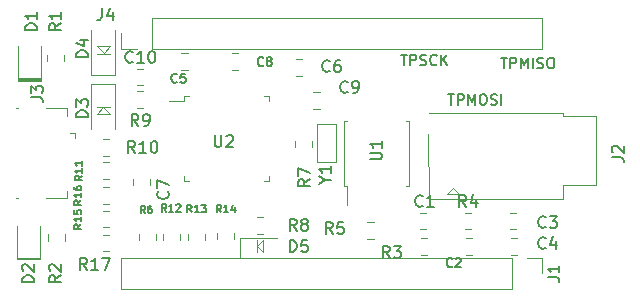
<source format=gbr>
%TF.GenerationSoftware,KiCad,Pcbnew,(5.1.6)-1*%
%TF.CreationDate,2020-10-01T22:55:38-05:00*%
%TF.ProjectId,VS1000SimpleBreakout,56533130-3030-4536-996d-706c65427265,rev?*%
%TF.SameCoordinates,Original*%
%TF.FileFunction,Legend,Top*%
%TF.FilePolarity,Positive*%
%FSLAX46Y46*%
G04 Gerber Fmt 4.6, Leading zero omitted, Abs format (unit mm)*
G04 Created by KiCad (PCBNEW (5.1.6)-1) date 2020-10-01 22:55:38*
%MOMM*%
%LPD*%
G01*
G04 APERTURE LIST*
%ADD10C,0.120000*%
%ADD11C,0.150000*%
%ADD12C,0.133350*%
%ADD13C,0.127000*%
%ADD14C,0.139700*%
G04 APERTURE END LIST*
D10*
X116014500Y-62103000D02*
X117094000Y-62103000D01*
X116522500Y-62103000D02*
X116014500Y-62738000D01*
X117094000Y-62738000D02*
X116522500Y-62103000D01*
X116014500Y-62738000D02*
X117094000Y-62738000D01*
X117157500Y-57594500D02*
X116014500Y-57594500D01*
X116586000Y-57531000D02*
X116014500Y-56959500D01*
X117157500Y-56959500D02*
X116586000Y-57531000D01*
X116014500Y-56959500D02*
X117157500Y-56959500D01*
X111188500Y-74930000D02*
X109283500Y-74930000D01*
X111188500Y-74866500D02*
X111188500Y-74930000D01*
X109283500Y-74866500D02*
X111188500Y-74866500D01*
X111315500Y-59753500D02*
X111315500Y-59944000D01*
X109410500Y-59753500D02*
X111315500Y-59753500D01*
X109410500Y-59690000D02*
X109410500Y-59753500D01*
X111252000Y-59690000D02*
X109410500Y-59690000D01*
X109347000Y-59880500D02*
X109347000Y-59690000D01*
X109347000Y-59944000D02*
X111315500Y-59944000D01*
X129540000Y-73406000D02*
X129540000Y-74422000D01*
X130048000Y-74422000D02*
X129540000Y-73914000D01*
X130048000Y-73406000D02*
X130048000Y-74422000D01*
X129540000Y-73914000D02*
X130048000Y-73406000D01*
%TO.C,C1*%
X143898252Y-72465000D02*
X143375748Y-72465000D01*
X143898252Y-71045000D02*
X143375748Y-71045000D01*
%TO.C,C2*%
X147236548Y-73216700D02*
X147759052Y-73216700D01*
X147236548Y-74636700D02*
X147759052Y-74636700D01*
%TO.C,C3*%
X151518252Y-71045000D02*
X150995748Y-71045000D01*
X151518252Y-72465000D02*
X150995748Y-72465000D01*
%TO.C,C4*%
X151569052Y-73216700D02*
X151046548Y-73216700D01*
X151569052Y-74636700D02*
X151046548Y-74636700D01*
%TO.C,C5*%
X123705252Y-57557600D02*
X123182748Y-57557600D01*
X123705252Y-58977600D02*
X123182748Y-58977600D01*
%TO.C,C6*%
X132894548Y-58065600D02*
X133417052Y-58065600D01*
X132894548Y-59485600D02*
X133417052Y-59485600D01*
%TO.C,C7*%
X120496400Y-68697852D02*
X120496400Y-68175348D01*
X119076400Y-68697852D02*
X119076400Y-68175348D01*
%TO.C,C8*%
X127449948Y-57557600D02*
X127972452Y-57557600D01*
X127449948Y-58977600D02*
X127972452Y-58977600D01*
%TO.C,C9*%
X134872252Y-60859600D02*
X134349748Y-60859600D01*
X134872252Y-62279600D02*
X134349748Y-62279600D01*
%TO.C,C10*%
X119436248Y-58853000D02*
X119958752Y-58853000D01*
X119436248Y-60273000D02*
X119958752Y-60273000D01*
%TO.C,D1*%
X109377600Y-56962800D02*
X109377600Y-59822800D01*
X109377600Y-59822800D02*
X111297600Y-59822800D01*
X111297600Y-59822800D02*
X111297600Y-56962800D01*
%TO.C,D2*%
X111196000Y-75012000D02*
X111196000Y-72152000D01*
X109276000Y-75012000D02*
X111196000Y-75012000D01*
X109276000Y-72152000D02*
X109276000Y-75012000D01*
%TO.C,D3*%
X117522500Y-60157000D02*
X115522500Y-60157000D01*
X115522500Y-60157000D02*
X115522500Y-64007000D01*
X117522500Y-60157000D02*
X117522500Y-64007000D01*
%TO.C,D4*%
X115522500Y-59413500D02*
X115522500Y-55563500D01*
X117522500Y-59413500D02*
X117522500Y-55563500D01*
X115522500Y-59413500D02*
X117522500Y-59413500D01*
%TO.C,D5*%
X128148000Y-73165600D02*
X128148000Y-74865600D01*
X128148000Y-74865600D02*
X131298000Y-74865600D01*
X128148000Y-73165600D02*
X131298000Y-73165600D01*
%TO.C,J1*%
X153730000Y-74870000D02*
X153730000Y-76200000D01*
X152400000Y-74870000D02*
X153730000Y-74870000D01*
X151130000Y-74870000D02*
X151130000Y-77530000D01*
X151130000Y-77530000D02*
X118050000Y-77530000D01*
X151130000Y-74870000D02*
X118050000Y-74870000D01*
X118050000Y-74870000D02*
X118050000Y-77530000D01*
%TO.C,J2*%
X155502400Y-62900000D02*
X158302400Y-62900000D01*
X155502400Y-68700000D02*
X158302400Y-68700000D01*
X155502400Y-69900000D02*
X144102400Y-69900000D01*
X158302400Y-68700000D02*
X158302400Y-62900000D01*
X155502400Y-62600000D02*
X155502400Y-62900000D01*
X155502400Y-68700000D02*
X155502400Y-69900000D01*
X144094200Y-64350900D02*
X144102400Y-69900000D01*
X155502400Y-62600000D02*
X144102400Y-62600000D01*
X146177000Y-68979900D02*
X145677000Y-69479900D01*
X145677000Y-69479900D02*
X146677000Y-69479900D01*
X146677000Y-69479900D02*
X146177000Y-68979900D01*
%TO.C,J3*%
X113470000Y-62230000D02*
X113470000Y-62890000D01*
X111740000Y-62230000D02*
X113470000Y-62230000D01*
X109170000Y-69850000D02*
X109380000Y-69850000D01*
X109170000Y-62230000D02*
X109380000Y-62230000D01*
X111740000Y-69850000D02*
X113470000Y-69850000D01*
X113470000Y-69850000D02*
X113470000Y-69200000D01*
X114170000Y-64280000D02*
X114170000Y-64730000D01*
X114170000Y-64280000D02*
X113780000Y-64280000D01*
%TO.C,J4*%
X153730000Y-57210000D02*
X153730000Y-54550000D01*
X120650000Y-57210000D02*
X153730000Y-57210000D01*
X120650000Y-54550000D02*
X153730000Y-54550000D01*
X120650000Y-57210000D02*
X120650000Y-54550000D01*
X119380000Y-57210000D02*
X118050000Y-57210000D01*
X118050000Y-57210000D02*
X118050000Y-55880000D01*
%TO.C,R1*%
X111812000Y-57701548D02*
X111812000Y-58224052D01*
X113232000Y-57701548D02*
X113232000Y-58224052D01*
%TO.C,R2*%
X113282800Y-72890748D02*
X113282800Y-73413252D01*
X111862800Y-72890748D02*
X111862800Y-73413252D01*
%TO.C,R3*%
X143949052Y-74636700D02*
X143426548Y-74636700D01*
X143949052Y-73216700D02*
X143426548Y-73216700D01*
%TO.C,R4*%
X147185748Y-72465000D02*
X147708252Y-72465000D01*
X147185748Y-71045000D02*
X147708252Y-71045000D01*
%TO.C,R5*%
X138930748Y-71870500D02*
X139453252Y-71870500D01*
X138930748Y-73290500D02*
X139453252Y-73290500D01*
%TO.C,R6*%
X119584400Y-73362452D02*
X119584400Y-72839948D01*
X121004400Y-73362452D02*
X121004400Y-72839948D01*
%TO.C,R7*%
X132830500Y-64953248D02*
X132830500Y-65475752D01*
X134250500Y-64953248D02*
X134250500Y-65475752D01*
%TO.C,R8*%
X130106052Y-72846000D02*
X129583548Y-72846000D01*
X130106052Y-71426000D02*
X129583548Y-71426000D01*
%TO.C,R9*%
X119436248Y-62178000D02*
X119958752Y-62178000D01*
X119436248Y-60758000D02*
X119958752Y-60758000D01*
%TO.C,R10*%
X117037752Y-66242000D02*
X116515248Y-66242000D01*
X117037752Y-64822000D02*
X116515248Y-64822000D01*
%TO.C,R11*%
X117037752Y-66790500D02*
X116515248Y-66790500D01*
X117037752Y-68210500D02*
X116515248Y-68210500D01*
%TO.C,R12*%
X123036400Y-72839948D02*
X123036400Y-73362452D01*
X121616400Y-72839948D02*
X121616400Y-73362452D01*
%TO.C,R13*%
X123750000Y-72827248D02*
X123750000Y-73349752D01*
X125170000Y-72827248D02*
X125170000Y-73349752D01*
%TO.C,R14*%
X127646500Y-72763748D02*
X127646500Y-73286252D01*
X126226500Y-72763748D02*
X126226500Y-73286252D01*
%TO.C,R15*%
X116527948Y-72287200D02*
X117050452Y-72287200D01*
X116527948Y-70867200D02*
X117050452Y-70867200D01*
%TO.C,R16*%
X116527948Y-68886000D02*
X117050452Y-68886000D01*
X116527948Y-70306000D02*
X117050452Y-70306000D01*
%TO.C,R17*%
X116527948Y-72899200D02*
X117050452Y-72899200D01*
X116527948Y-74319200D02*
X117050452Y-74319200D01*
%TO.C,U1*%
X142425000Y-66040000D02*
X142425000Y-63290000D01*
X142425000Y-63290000D02*
X142165000Y-63290000D01*
X142425000Y-66040000D02*
X142425000Y-68790000D01*
X142425000Y-68790000D02*
X142165000Y-68790000D01*
X136975000Y-66040000D02*
X136975000Y-63290000D01*
X136975000Y-63290000D02*
X137235000Y-63290000D01*
X136975000Y-66040000D02*
X136975000Y-68790000D01*
X136975000Y-68790000D02*
X137235000Y-68790000D01*
X137235000Y-68790000D02*
X137235000Y-70440000D01*
%TO.C,U2*%
X130160000Y-68380000D02*
X130610000Y-68380000D01*
X130610000Y-68380000D02*
X130610000Y-67930000D01*
X123840000Y-68380000D02*
X123390000Y-68380000D01*
X123390000Y-68380000D02*
X123390000Y-67930000D01*
X130160000Y-61160000D02*
X130610000Y-61160000D01*
X130610000Y-61160000D02*
X130610000Y-61610000D01*
X123840000Y-61160000D02*
X123390000Y-61160000D01*
X123390000Y-61160000D02*
X123390000Y-61610000D01*
X123390000Y-61610000D02*
X122100000Y-61610000D01*
%TO.C,Y1*%
X134645500Y-66751000D02*
X136245500Y-66751000D01*
X136245500Y-66751000D02*
X136245500Y-63551000D01*
X136245500Y-63551000D02*
X134645500Y-63551000D01*
X134645500Y-63551000D02*
X134645500Y-66751000D01*
%TO.C,C1*%
D11*
X143597333Y-70461142D02*
X143549714Y-70508761D01*
X143406857Y-70556380D01*
X143311619Y-70556380D01*
X143168761Y-70508761D01*
X143073523Y-70413523D01*
X143025904Y-70318285D01*
X142978285Y-70127809D01*
X142978285Y-69984952D01*
X143025904Y-69794476D01*
X143073523Y-69699238D01*
X143168761Y-69604000D01*
X143311619Y-69556380D01*
X143406857Y-69556380D01*
X143549714Y-69604000D01*
X143597333Y-69651619D01*
X144549714Y-70556380D02*
X143978285Y-70556380D01*
X144264000Y-70556380D02*
X144264000Y-69556380D01*
X144168761Y-69699238D01*
X144073523Y-69794476D01*
X143978285Y-69842095D01*
%TO.C,C2*%
D12*
X146113500Y-75583142D02*
X146077214Y-75619428D01*
X145968357Y-75655714D01*
X145895785Y-75655714D01*
X145786928Y-75619428D01*
X145714357Y-75546857D01*
X145678071Y-75474285D01*
X145641785Y-75329142D01*
X145641785Y-75220285D01*
X145678071Y-75075142D01*
X145714357Y-75002571D01*
X145786928Y-74930000D01*
X145895785Y-74893714D01*
X145968357Y-74893714D01*
X146077214Y-74930000D01*
X146113500Y-74966285D01*
X146403785Y-74966285D02*
X146440071Y-74930000D01*
X146512642Y-74893714D01*
X146694071Y-74893714D01*
X146766642Y-74930000D01*
X146802928Y-74966285D01*
X146839214Y-75038857D01*
X146839214Y-75111428D01*
X146802928Y-75220285D01*
X146367500Y-75655714D01*
X146839214Y-75655714D01*
%TO.C,C3*%
D11*
X154011333Y-72239142D02*
X153963714Y-72286761D01*
X153820857Y-72334380D01*
X153725619Y-72334380D01*
X153582761Y-72286761D01*
X153487523Y-72191523D01*
X153439904Y-72096285D01*
X153392285Y-71905809D01*
X153392285Y-71762952D01*
X153439904Y-71572476D01*
X153487523Y-71477238D01*
X153582761Y-71382000D01*
X153725619Y-71334380D01*
X153820857Y-71334380D01*
X153963714Y-71382000D01*
X154011333Y-71429619D01*
X154344666Y-71334380D02*
X154963714Y-71334380D01*
X154630380Y-71715333D01*
X154773238Y-71715333D01*
X154868476Y-71762952D01*
X154916095Y-71810571D01*
X154963714Y-71905809D01*
X154963714Y-72143904D01*
X154916095Y-72239142D01*
X154868476Y-72286761D01*
X154773238Y-72334380D01*
X154487523Y-72334380D01*
X154392285Y-72286761D01*
X154344666Y-72239142D01*
%TO.C,C4*%
X154011333Y-74017142D02*
X153963714Y-74064761D01*
X153820857Y-74112380D01*
X153725619Y-74112380D01*
X153582761Y-74064761D01*
X153487523Y-73969523D01*
X153439904Y-73874285D01*
X153392285Y-73683809D01*
X153392285Y-73540952D01*
X153439904Y-73350476D01*
X153487523Y-73255238D01*
X153582761Y-73160000D01*
X153725619Y-73112380D01*
X153820857Y-73112380D01*
X153963714Y-73160000D01*
X154011333Y-73207619D01*
X154868476Y-73445714D02*
X154868476Y-74112380D01*
X154630380Y-73064761D02*
X154392285Y-73779047D01*
X155011333Y-73779047D01*
%TO.C,C5*%
D12*
X122809000Y-59962142D02*
X122772714Y-59998428D01*
X122663857Y-60034714D01*
X122591285Y-60034714D01*
X122482428Y-59998428D01*
X122409857Y-59925857D01*
X122373571Y-59853285D01*
X122337285Y-59708142D01*
X122337285Y-59599285D01*
X122373571Y-59454142D01*
X122409857Y-59381571D01*
X122482428Y-59309000D01*
X122591285Y-59272714D01*
X122663857Y-59272714D01*
X122772714Y-59309000D01*
X122809000Y-59345285D01*
X123498428Y-59272714D02*
X123135571Y-59272714D01*
X123099285Y-59635571D01*
X123135571Y-59599285D01*
X123208142Y-59563000D01*
X123389571Y-59563000D01*
X123462142Y-59599285D01*
X123498428Y-59635571D01*
X123534714Y-59708142D01*
X123534714Y-59889571D01*
X123498428Y-59962142D01*
X123462142Y-59998428D01*
X123389571Y-60034714D01*
X123208142Y-60034714D01*
X123135571Y-59998428D01*
X123099285Y-59962142D01*
%TO.C,C6*%
D11*
X135723333Y-59031142D02*
X135675714Y-59078761D01*
X135532857Y-59126380D01*
X135437619Y-59126380D01*
X135294761Y-59078761D01*
X135199523Y-58983523D01*
X135151904Y-58888285D01*
X135104285Y-58697809D01*
X135104285Y-58554952D01*
X135151904Y-58364476D01*
X135199523Y-58269238D01*
X135294761Y-58174000D01*
X135437619Y-58126380D01*
X135532857Y-58126380D01*
X135675714Y-58174000D01*
X135723333Y-58221619D01*
X136580476Y-58126380D02*
X136390000Y-58126380D01*
X136294761Y-58174000D01*
X136247142Y-58221619D01*
X136151904Y-58364476D01*
X136104285Y-58554952D01*
X136104285Y-58935904D01*
X136151904Y-59031142D01*
X136199523Y-59078761D01*
X136294761Y-59126380D01*
X136485238Y-59126380D01*
X136580476Y-59078761D01*
X136628095Y-59031142D01*
X136675714Y-58935904D01*
X136675714Y-58697809D01*
X136628095Y-58602571D01*
X136580476Y-58554952D01*
X136485238Y-58507333D01*
X136294761Y-58507333D01*
X136199523Y-58554952D01*
X136151904Y-58602571D01*
X136104285Y-58697809D01*
%TO.C,C7*%
X122023142Y-69254666D02*
X122070761Y-69302285D01*
X122118380Y-69445142D01*
X122118380Y-69540380D01*
X122070761Y-69683238D01*
X121975523Y-69778476D01*
X121880285Y-69826095D01*
X121689809Y-69873714D01*
X121546952Y-69873714D01*
X121356476Y-69826095D01*
X121261238Y-69778476D01*
X121166000Y-69683238D01*
X121118380Y-69540380D01*
X121118380Y-69445142D01*
X121166000Y-69302285D01*
X121213619Y-69254666D01*
X121118380Y-68921333D02*
X121118380Y-68254666D01*
X122118380Y-68683238D01*
%TO.C,C8*%
D12*
X130111500Y-58565142D02*
X130075214Y-58601428D01*
X129966357Y-58637714D01*
X129893785Y-58637714D01*
X129784928Y-58601428D01*
X129712357Y-58528857D01*
X129676071Y-58456285D01*
X129639785Y-58311142D01*
X129639785Y-58202285D01*
X129676071Y-58057142D01*
X129712357Y-57984571D01*
X129784928Y-57912000D01*
X129893785Y-57875714D01*
X129966357Y-57875714D01*
X130075214Y-57912000D01*
X130111500Y-57948285D01*
X130546928Y-58202285D02*
X130474357Y-58166000D01*
X130438071Y-58129714D01*
X130401785Y-58057142D01*
X130401785Y-58020857D01*
X130438071Y-57948285D01*
X130474357Y-57912000D01*
X130546928Y-57875714D01*
X130692071Y-57875714D01*
X130764642Y-57912000D01*
X130800928Y-57948285D01*
X130837214Y-58020857D01*
X130837214Y-58057142D01*
X130800928Y-58129714D01*
X130764642Y-58166000D01*
X130692071Y-58202285D01*
X130546928Y-58202285D01*
X130474357Y-58238571D01*
X130438071Y-58274857D01*
X130401785Y-58347428D01*
X130401785Y-58492571D01*
X130438071Y-58565142D01*
X130474357Y-58601428D01*
X130546928Y-58637714D01*
X130692071Y-58637714D01*
X130764642Y-58601428D01*
X130800928Y-58565142D01*
X130837214Y-58492571D01*
X130837214Y-58347428D01*
X130800928Y-58274857D01*
X130764642Y-58238571D01*
X130692071Y-58202285D01*
%TO.C,C9*%
D11*
X137247333Y-60809142D02*
X137199714Y-60856761D01*
X137056857Y-60904380D01*
X136961619Y-60904380D01*
X136818761Y-60856761D01*
X136723523Y-60761523D01*
X136675904Y-60666285D01*
X136628285Y-60475809D01*
X136628285Y-60332952D01*
X136675904Y-60142476D01*
X136723523Y-60047238D01*
X136818761Y-59952000D01*
X136961619Y-59904380D01*
X137056857Y-59904380D01*
X137199714Y-59952000D01*
X137247333Y-59999619D01*
X137723523Y-60904380D02*
X137914000Y-60904380D01*
X138009238Y-60856761D01*
X138056857Y-60809142D01*
X138152095Y-60666285D01*
X138199714Y-60475809D01*
X138199714Y-60094857D01*
X138152095Y-59999619D01*
X138104476Y-59952000D01*
X138009238Y-59904380D01*
X137818761Y-59904380D01*
X137723523Y-59952000D01*
X137675904Y-59999619D01*
X137628285Y-60094857D01*
X137628285Y-60332952D01*
X137675904Y-60428190D01*
X137723523Y-60475809D01*
X137818761Y-60523428D01*
X138009238Y-60523428D01*
X138104476Y-60475809D01*
X138152095Y-60428190D01*
X138199714Y-60332952D01*
%TO.C,C10*%
X119054642Y-58270142D02*
X119007023Y-58317761D01*
X118864166Y-58365380D01*
X118768928Y-58365380D01*
X118626071Y-58317761D01*
X118530833Y-58222523D01*
X118483214Y-58127285D01*
X118435595Y-57936809D01*
X118435595Y-57793952D01*
X118483214Y-57603476D01*
X118530833Y-57508238D01*
X118626071Y-57413000D01*
X118768928Y-57365380D01*
X118864166Y-57365380D01*
X119007023Y-57413000D01*
X119054642Y-57460619D01*
X120007023Y-58365380D02*
X119435595Y-58365380D01*
X119721309Y-58365380D02*
X119721309Y-57365380D01*
X119626071Y-57508238D01*
X119530833Y-57603476D01*
X119435595Y-57651095D01*
X120626071Y-57365380D02*
X120721309Y-57365380D01*
X120816547Y-57413000D01*
X120864166Y-57460619D01*
X120911785Y-57555857D01*
X120959404Y-57746333D01*
X120959404Y-57984428D01*
X120911785Y-58174904D01*
X120864166Y-58270142D01*
X120816547Y-58317761D01*
X120721309Y-58365380D01*
X120626071Y-58365380D01*
X120530833Y-58317761D01*
X120483214Y-58270142D01*
X120435595Y-58174904D01*
X120387976Y-57984428D01*
X120387976Y-57746333D01*
X120435595Y-57555857D01*
X120483214Y-57460619D01*
X120530833Y-57413000D01*
X120626071Y-57365380D01*
%TO.C,D1*%
X110942380Y-55602095D02*
X109942380Y-55602095D01*
X109942380Y-55364000D01*
X109990000Y-55221142D01*
X110085238Y-55125904D01*
X110180476Y-55078285D01*
X110370952Y-55030666D01*
X110513809Y-55030666D01*
X110704285Y-55078285D01*
X110799523Y-55125904D01*
X110894761Y-55221142D01*
X110942380Y-55364000D01*
X110942380Y-55602095D01*
X110942380Y-54078285D02*
X110942380Y-54649714D01*
X110942380Y-54364000D02*
X109942380Y-54364000D01*
X110085238Y-54459238D01*
X110180476Y-54554476D01*
X110228095Y-54649714D01*
%TO.C,D2*%
X110688380Y-76938095D02*
X109688380Y-76938095D01*
X109688380Y-76700000D01*
X109736000Y-76557142D01*
X109831238Y-76461904D01*
X109926476Y-76414285D01*
X110116952Y-76366666D01*
X110259809Y-76366666D01*
X110450285Y-76414285D01*
X110545523Y-76461904D01*
X110640761Y-76557142D01*
X110688380Y-76700000D01*
X110688380Y-76938095D01*
X109783619Y-75985714D02*
X109736000Y-75938095D01*
X109688380Y-75842857D01*
X109688380Y-75604761D01*
X109736000Y-75509523D01*
X109783619Y-75461904D01*
X109878857Y-75414285D01*
X109974095Y-75414285D01*
X110116952Y-75461904D01*
X110688380Y-76033333D01*
X110688380Y-75414285D01*
%TO.C,D3*%
X115260380Y-62968095D02*
X114260380Y-62968095D01*
X114260380Y-62730000D01*
X114308000Y-62587142D01*
X114403238Y-62491904D01*
X114498476Y-62444285D01*
X114688952Y-62396666D01*
X114831809Y-62396666D01*
X115022285Y-62444285D01*
X115117523Y-62491904D01*
X115212761Y-62587142D01*
X115260380Y-62730000D01*
X115260380Y-62968095D01*
X114260380Y-62063333D02*
X114260380Y-61444285D01*
X114641333Y-61777619D01*
X114641333Y-61634761D01*
X114688952Y-61539523D01*
X114736571Y-61491904D01*
X114831809Y-61444285D01*
X115069904Y-61444285D01*
X115165142Y-61491904D01*
X115212761Y-61539523D01*
X115260380Y-61634761D01*
X115260380Y-61920476D01*
X115212761Y-62015714D01*
X115165142Y-62063333D01*
%TO.C,D4*%
X115260380Y-57888095D02*
X114260380Y-57888095D01*
X114260380Y-57650000D01*
X114308000Y-57507142D01*
X114403238Y-57411904D01*
X114498476Y-57364285D01*
X114688952Y-57316666D01*
X114831809Y-57316666D01*
X115022285Y-57364285D01*
X115117523Y-57411904D01*
X115212761Y-57507142D01*
X115260380Y-57650000D01*
X115260380Y-57888095D01*
X114593714Y-56459523D02*
X115260380Y-56459523D01*
X114212761Y-56697619D02*
X114927047Y-56935714D01*
X114927047Y-56316666D01*
%TO.C,D5*%
X132357904Y-74366380D02*
X132357904Y-73366380D01*
X132596000Y-73366380D01*
X132738857Y-73414000D01*
X132834095Y-73509238D01*
X132881714Y-73604476D01*
X132929333Y-73794952D01*
X132929333Y-73937809D01*
X132881714Y-74128285D01*
X132834095Y-74223523D01*
X132738857Y-74318761D01*
X132596000Y-74366380D01*
X132357904Y-74366380D01*
X133834095Y-73366380D02*
X133357904Y-73366380D01*
X133310285Y-73842571D01*
X133357904Y-73794952D01*
X133453142Y-73747333D01*
X133691238Y-73747333D01*
X133786476Y-73794952D01*
X133834095Y-73842571D01*
X133881714Y-73937809D01*
X133881714Y-74175904D01*
X133834095Y-74271142D01*
X133786476Y-74318761D01*
X133691238Y-74366380D01*
X133453142Y-74366380D01*
X133357904Y-74318761D01*
X133310285Y-74271142D01*
%TO.C,J1*%
X154182380Y-76533333D02*
X154896666Y-76533333D01*
X155039523Y-76580952D01*
X155134761Y-76676190D01*
X155182380Y-76819047D01*
X155182380Y-76914285D01*
X155182380Y-75533333D02*
X155182380Y-76104761D01*
X155182380Y-75819047D02*
X154182380Y-75819047D01*
X154325238Y-75914285D01*
X154420476Y-76009523D01*
X154468095Y-76104761D01*
%TO.C,J2*%
X159624780Y-66373333D02*
X160339066Y-66373333D01*
X160481923Y-66420952D01*
X160577161Y-66516190D01*
X160624780Y-66659047D01*
X160624780Y-66754285D01*
X159720019Y-65944761D02*
X159672400Y-65897142D01*
X159624780Y-65801904D01*
X159624780Y-65563809D01*
X159672400Y-65468571D01*
X159720019Y-65420952D01*
X159815257Y-65373333D01*
X159910495Y-65373333D01*
X160053352Y-65420952D01*
X160624780Y-65992380D01*
X160624780Y-65373333D01*
%TO.C,J3*%
X110450380Y-61293333D02*
X111164666Y-61293333D01*
X111307523Y-61340952D01*
X111402761Y-61436190D01*
X111450380Y-61579047D01*
X111450380Y-61674285D01*
X110450380Y-60912380D02*
X110450380Y-60293333D01*
X110831333Y-60626666D01*
X110831333Y-60483809D01*
X110878952Y-60388571D01*
X110926571Y-60340952D01*
X111021809Y-60293333D01*
X111259904Y-60293333D01*
X111355142Y-60340952D01*
X111402761Y-60388571D01*
X111450380Y-60483809D01*
X111450380Y-60769523D01*
X111402761Y-60864761D01*
X111355142Y-60912380D01*
%TO.C,J4*%
X116443166Y-53744880D02*
X116443166Y-54459166D01*
X116395547Y-54602023D01*
X116300309Y-54697261D01*
X116157452Y-54744880D01*
X116062214Y-54744880D01*
X117347928Y-54078214D02*
X117347928Y-54744880D01*
X117109833Y-53697261D02*
X116871738Y-54411547D01*
X117490785Y-54411547D01*
%TO.C,R1*%
X112974380Y-55030666D02*
X112498190Y-55364000D01*
X112974380Y-55602095D02*
X111974380Y-55602095D01*
X111974380Y-55221142D01*
X112022000Y-55125904D01*
X112069619Y-55078285D01*
X112164857Y-55030666D01*
X112307714Y-55030666D01*
X112402952Y-55078285D01*
X112450571Y-55125904D01*
X112498190Y-55221142D01*
X112498190Y-55602095D01*
X112974380Y-54078285D02*
X112974380Y-54649714D01*
X112974380Y-54364000D02*
X111974380Y-54364000D01*
X112117238Y-54459238D01*
X112212476Y-54554476D01*
X112260095Y-54649714D01*
%TO.C,R2*%
X112974380Y-76366666D02*
X112498190Y-76700000D01*
X112974380Y-76938095D02*
X111974380Y-76938095D01*
X111974380Y-76557142D01*
X112022000Y-76461904D01*
X112069619Y-76414285D01*
X112164857Y-76366666D01*
X112307714Y-76366666D01*
X112402952Y-76414285D01*
X112450571Y-76461904D01*
X112498190Y-76557142D01*
X112498190Y-76938095D01*
X112069619Y-75985714D02*
X112022000Y-75938095D01*
X111974380Y-75842857D01*
X111974380Y-75604761D01*
X112022000Y-75509523D01*
X112069619Y-75461904D01*
X112164857Y-75414285D01*
X112260095Y-75414285D01*
X112402952Y-75461904D01*
X112974380Y-76033333D01*
X112974380Y-75414285D01*
%TO.C,R3*%
X140803333Y-74874380D02*
X140470000Y-74398190D01*
X140231904Y-74874380D02*
X140231904Y-73874380D01*
X140612857Y-73874380D01*
X140708095Y-73922000D01*
X140755714Y-73969619D01*
X140803333Y-74064857D01*
X140803333Y-74207714D01*
X140755714Y-74302952D01*
X140708095Y-74350571D01*
X140612857Y-74398190D01*
X140231904Y-74398190D01*
X141136666Y-73874380D02*
X141755714Y-73874380D01*
X141422380Y-74255333D01*
X141565238Y-74255333D01*
X141660476Y-74302952D01*
X141708095Y-74350571D01*
X141755714Y-74445809D01*
X141755714Y-74683904D01*
X141708095Y-74779142D01*
X141660476Y-74826761D01*
X141565238Y-74874380D01*
X141279523Y-74874380D01*
X141184285Y-74826761D01*
X141136666Y-74779142D01*
%TO.C,R4*%
X147280333Y-70557380D02*
X146947000Y-70081190D01*
X146708904Y-70557380D02*
X146708904Y-69557380D01*
X147089857Y-69557380D01*
X147185095Y-69605000D01*
X147232714Y-69652619D01*
X147280333Y-69747857D01*
X147280333Y-69890714D01*
X147232714Y-69985952D01*
X147185095Y-70033571D01*
X147089857Y-70081190D01*
X146708904Y-70081190D01*
X148137476Y-69890714D02*
X148137476Y-70557380D01*
X147899380Y-69509761D02*
X147661285Y-70224047D01*
X148280333Y-70224047D01*
%TO.C,R5*%
X135977333Y-72842380D02*
X135644000Y-72366190D01*
X135405904Y-72842380D02*
X135405904Y-71842380D01*
X135786857Y-71842380D01*
X135882095Y-71890000D01*
X135929714Y-71937619D01*
X135977333Y-72032857D01*
X135977333Y-72175714D01*
X135929714Y-72270952D01*
X135882095Y-72318571D01*
X135786857Y-72366190D01*
X135405904Y-72366190D01*
X136882095Y-71842380D02*
X136405904Y-71842380D01*
X136358285Y-72318571D01*
X136405904Y-72270952D01*
X136501142Y-72223333D01*
X136739238Y-72223333D01*
X136834476Y-72270952D01*
X136882095Y-72318571D01*
X136929714Y-72413809D01*
X136929714Y-72651904D01*
X136882095Y-72747142D01*
X136834476Y-72794761D01*
X136739238Y-72842380D01*
X136501142Y-72842380D01*
X136405904Y-72794761D01*
X136358285Y-72747142D01*
%TO.C,R6*%
D13*
X120099666Y-71089761D02*
X119888000Y-70787380D01*
X119736809Y-71089761D02*
X119736809Y-70454761D01*
X119978714Y-70454761D01*
X120039190Y-70485000D01*
X120069428Y-70515238D01*
X120099666Y-70575714D01*
X120099666Y-70666428D01*
X120069428Y-70726904D01*
X120039190Y-70757142D01*
X119978714Y-70787380D01*
X119736809Y-70787380D01*
X120643952Y-70454761D02*
X120523000Y-70454761D01*
X120462523Y-70485000D01*
X120432285Y-70515238D01*
X120371809Y-70605952D01*
X120341571Y-70726904D01*
X120341571Y-70968809D01*
X120371809Y-71029285D01*
X120402047Y-71059523D01*
X120462523Y-71089761D01*
X120583476Y-71089761D01*
X120643952Y-71059523D01*
X120674190Y-71029285D01*
X120704428Y-70968809D01*
X120704428Y-70817619D01*
X120674190Y-70757142D01*
X120643952Y-70726904D01*
X120583476Y-70696666D01*
X120462523Y-70696666D01*
X120402047Y-70726904D01*
X120371809Y-70757142D01*
X120341571Y-70817619D01*
%TO.C,R7*%
D11*
X134056380Y-68238666D02*
X133580190Y-68572000D01*
X134056380Y-68810095D02*
X133056380Y-68810095D01*
X133056380Y-68429142D01*
X133104000Y-68333904D01*
X133151619Y-68286285D01*
X133246857Y-68238666D01*
X133389714Y-68238666D01*
X133484952Y-68286285D01*
X133532571Y-68333904D01*
X133580190Y-68429142D01*
X133580190Y-68810095D01*
X133056380Y-67905333D02*
X133056380Y-67238666D01*
X134056380Y-67667238D01*
%TO.C,R8*%
X132929333Y-72588380D02*
X132596000Y-72112190D01*
X132357904Y-72588380D02*
X132357904Y-71588380D01*
X132738857Y-71588380D01*
X132834095Y-71636000D01*
X132881714Y-71683619D01*
X132929333Y-71778857D01*
X132929333Y-71921714D01*
X132881714Y-72016952D01*
X132834095Y-72064571D01*
X132738857Y-72112190D01*
X132357904Y-72112190D01*
X133500761Y-72016952D02*
X133405523Y-71969333D01*
X133357904Y-71921714D01*
X133310285Y-71826476D01*
X133310285Y-71778857D01*
X133357904Y-71683619D01*
X133405523Y-71636000D01*
X133500761Y-71588380D01*
X133691238Y-71588380D01*
X133786476Y-71636000D01*
X133834095Y-71683619D01*
X133881714Y-71778857D01*
X133881714Y-71826476D01*
X133834095Y-71921714D01*
X133786476Y-71969333D01*
X133691238Y-72016952D01*
X133500761Y-72016952D01*
X133405523Y-72064571D01*
X133357904Y-72112190D01*
X133310285Y-72207428D01*
X133310285Y-72397904D01*
X133357904Y-72493142D01*
X133405523Y-72540761D01*
X133500761Y-72588380D01*
X133691238Y-72588380D01*
X133786476Y-72540761D01*
X133834095Y-72493142D01*
X133881714Y-72397904D01*
X133881714Y-72207428D01*
X133834095Y-72112190D01*
X133786476Y-72064571D01*
X133691238Y-72016952D01*
%TO.C,R9*%
X119530833Y-63698380D02*
X119197500Y-63222190D01*
X118959404Y-63698380D02*
X118959404Y-62698380D01*
X119340357Y-62698380D01*
X119435595Y-62746000D01*
X119483214Y-62793619D01*
X119530833Y-62888857D01*
X119530833Y-63031714D01*
X119483214Y-63126952D01*
X119435595Y-63174571D01*
X119340357Y-63222190D01*
X118959404Y-63222190D01*
X120007023Y-63698380D02*
X120197500Y-63698380D01*
X120292738Y-63650761D01*
X120340357Y-63603142D01*
X120435595Y-63460285D01*
X120483214Y-63269809D01*
X120483214Y-62888857D01*
X120435595Y-62793619D01*
X120387976Y-62746000D01*
X120292738Y-62698380D01*
X120102261Y-62698380D01*
X120007023Y-62746000D01*
X119959404Y-62793619D01*
X119911785Y-62888857D01*
X119911785Y-63126952D01*
X119959404Y-63222190D01*
X120007023Y-63269809D01*
X120102261Y-63317428D01*
X120292738Y-63317428D01*
X120387976Y-63269809D01*
X120435595Y-63222190D01*
X120483214Y-63126952D01*
%TO.C,R10*%
X119245142Y-65984380D02*
X118911809Y-65508190D01*
X118673714Y-65984380D02*
X118673714Y-64984380D01*
X119054666Y-64984380D01*
X119149904Y-65032000D01*
X119197523Y-65079619D01*
X119245142Y-65174857D01*
X119245142Y-65317714D01*
X119197523Y-65412952D01*
X119149904Y-65460571D01*
X119054666Y-65508190D01*
X118673714Y-65508190D01*
X120197523Y-65984380D02*
X119626095Y-65984380D01*
X119911809Y-65984380D02*
X119911809Y-64984380D01*
X119816571Y-65127238D01*
X119721333Y-65222476D01*
X119626095Y-65270095D01*
X120816571Y-64984380D02*
X120911809Y-64984380D01*
X121007047Y-65032000D01*
X121054666Y-65079619D01*
X121102285Y-65174857D01*
X121149904Y-65365333D01*
X121149904Y-65603428D01*
X121102285Y-65793904D01*
X121054666Y-65889142D01*
X121007047Y-65936761D01*
X120911809Y-65984380D01*
X120816571Y-65984380D01*
X120721333Y-65936761D01*
X120673714Y-65889142D01*
X120626095Y-65793904D01*
X120578476Y-65603428D01*
X120578476Y-65365333D01*
X120626095Y-65174857D01*
X120673714Y-65079619D01*
X120721333Y-65032000D01*
X120816571Y-64984380D01*
%TO.C,R11*%
D13*
X114777761Y-67908714D02*
X114475380Y-68120380D01*
X114777761Y-68271571D02*
X114142761Y-68271571D01*
X114142761Y-68029666D01*
X114173000Y-67969190D01*
X114203238Y-67938952D01*
X114263714Y-67908714D01*
X114354428Y-67908714D01*
X114414904Y-67938952D01*
X114445142Y-67969190D01*
X114475380Y-68029666D01*
X114475380Y-68271571D01*
X114777761Y-67303952D02*
X114777761Y-67666809D01*
X114777761Y-67485380D02*
X114142761Y-67485380D01*
X114233476Y-67545857D01*
X114293952Y-67606333D01*
X114324190Y-67666809D01*
X114777761Y-66699190D02*
X114777761Y-67062047D01*
X114777761Y-66880619D02*
X114142761Y-66880619D01*
X114233476Y-66941095D01*
X114293952Y-67001571D01*
X114324190Y-67062047D01*
%TO.C,R12*%
X121892785Y-70962761D02*
X121681119Y-70660380D01*
X121529928Y-70962761D02*
X121529928Y-70327761D01*
X121771833Y-70327761D01*
X121832309Y-70358000D01*
X121862547Y-70388238D01*
X121892785Y-70448714D01*
X121892785Y-70539428D01*
X121862547Y-70599904D01*
X121832309Y-70630142D01*
X121771833Y-70660380D01*
X121529928Y-70660380D01*
X122497547Y-70962761D02*
X122134690Y-70962761D01*
X122316119Y-70962761D02*
X122316119Y-70327761D01*
X122255642Y-70418476D01*
X122195166Y-70478952D01*
X122134690Y-70509190D01*
X122739452Y-70388238D02*
X122769690Y-70358000D01*
X122830166Y-70327761D01*
X122981357Y-70327761D01*
X123041833Y-70358000D01*
X123072071Y-70388238D01*
X123102309Y-70448714D01*
X123102309Y-70509190D01*
X123072071Y-70599904D01*
X122709214Y-70962761D01*
X123102309Y-70962761D01*
%TO.C,R13*%
X124051785Y-71026261D02*
X123840119Y-70723880D01*
X123688928Y-71026261D02*
X123688928Y-70391261D01*
X123930833Y-70391261D01*
X123991309Y-70421500D01*
X124021547Y-70451738D01*
X124051785Y-70512214D01*
X124051785Y-70602928D01*
X124021547Y-70663404D01*
X123991309Y-70693642D01*
X123930833Y-70723880D01*
X123688928Y-70723880D01*
X124656547Y-71026261D02*
X124293690Y-71026261D01*
X124475119Y-71026261D02*
X124475119Y-70391261D01*
X124414642Y-70481976D01*
X124354166Y-70542452D01*
X124293690Y-70572690D01*
X124868214Y-70391261D02*
X125261309Y-70391261D01*
X125049642Y-70633166D01*
X125140357Y-70633166D01*
X125200833Y-70663404D01*
X125231071Y-70693642D01*
X125261309Y-70754119D01*
X125261309Y-70905309D01*
X125231071Y-70965785D01*
X125200833Y-70996023D01*
X125140357Y-71026261D01*
X124958928Y-71026261D01*
X124898452Y-70996023D01*
X124868214Y-70965785D01*
%TO.C,R14*%
X126528285Y-71026261D02*
X126316619Y-70723880D01*
X126165428Y-71026261D02*
X126165428Y-70391261D01*
X126407333Y-70391261D01*
X126467809Y-70421500D01*
X126498047Y-70451738D01*
X126528285Y-70512214D01*
X126528285Y-70602928D01*
X126498047Y-70663404D01*
X126467809Y-70693642D01*
X126407333Y-70723880D01*
X126165428Y-70723880D01*
X127133047Y-71026261D02*
X126770190Y-71026261D01*
X126951619Y-71026261D02*
X126951619Y-70391261D01*
X126891142Y-70481976D01*
X126830666Y-70542452D01*
X126770190Y-70572690D01*
X127677333Y-70602928D02*
X127677333Y-71026261D01*
X127526142Y-70361023D02*
X127374952Y-70814595D01*
X127768047Y-70814595D01*
%TO.C,R15*%
X114714261Y-72036214D02*
X114411880Y-72247880D01*
X114714261Y-72399071D02*
X114079261Y-72399071D01*
X114079261Y-72157166D01*
X114109500Y-72096690D01*
X114139738Y-72066452D01*
X114200214Y-72036214D01*
X114290928Y-72036214D01*
X114351404Y-72066452D01*
X114381642Y-72096690D01*
X114411880Y-72157166D01*
X114411880Y-72399071D01*
X114714261Y-71431452D02*
X114714261Y-71794309D01*
X114714261Y-71612880D02*
X114079261Y-71612880D01*
X114169976Y-71673357D01*
X114230452Y-71733833D01*
X114260690Y-71794309D01*
X114079261Y-70856928D02*
X114079261Y-71159309D01*
X114381642Y-71189547D01*
X114351404Y-71159309D01*
X114321166Y-71098833D01*
X114321166Y-70947642D01*
X114351404Y-70887166D01*
X114381642Y-70856928D01*
X114442119Y-70826690D01*
X114593309Y-70826690D01*
X114653785Y-70856928D01*
X114684023Y-70887166D01*
X114714261Y-70947642D01*
X114714261Y-71098833D01*
X114684023Y-71159309D01*
X114653785Y-71189547D01*
%TO.C,R16*%
X114714261Y-70004214D02*
X114411880Y-70215880D01*
X114714261Y-70367071D02*
X114079261Y-70367071D01*
X114079261Y-70125166D01*
X114109500Y-70064690D01*
X114139738Y-70034452D01*
X114200214Y-70004214D01*
X114290928Y-70004214D01*
X114351404Y-70034452D01*
X114381642Y-70064690D01*
X114411880Y-70125166D01*
X114411880Y-70367071D01*
X114714261Y-69399452D02*
X114714261Y-69762309D01*
X114714261Y-69580880D02*
X114079261Y-69580880D01*
X114169976Y-69641357D01*
X114230452Y-69701833D01*
X114260690Y-69762309D01*
X114079261Y-68855166D02*
X114079261Y-68976119D01*
X114109500Y-69036595D01*
X114139738Y-69066833D01*
X114230452Y-69127309D01*
X114351404Y-69157547D01*
X114593309Y-69157547D01*
X114653785Y-69127309D01*
X114684023Y-69097071D01*
X114714261Y-69036595D01*
X114714261Y-68915642D01*
X114684023Y-68855166D01*
X114653785Y-68824928D01*
X114593309Y-68794690D01*
X114442119Y-68794690D01*
X114381642Y-68824928D01*
X114351404Y-68855166D01*
X114321166Y-68915642D01*
X114321166Y-69036595D01*
X114351404Y-69097071D01*
X114381642Y-69127309D01*
X114442119Y-69157547D01*
%TO.C,R17*%
D11*
X115181142Y-75890380D02*
X114847809Y-75414190D01*
X114609714Y-75890380D02*
X114609714Y-74890380D01*
X114990666Y-74890380D01*
X115085904Y-74938000D01*
X115133523Y-74985619D01*
X115181142Y-75080857D01*
X115181142Y-75223714D01*
X115133523Y-75318952D01*
X115085904Y-75366571D01*
X114990666Y-75414190D01*
X114609714Y-75414190D01*
X116133523Y-75890380D02*
X115562095Y-75890380D01*
X115847809Y-75890380D02*
X115847809Y-74890380D01*
X115752571Y-75033238D01*
X115657333Y-75128476D01*
X115562095Y-75176095D01*
X116466857Y-74890380D02*
X117133523Y-74890380D01*
X116704952Y-75890380D01*
%TO.C,U1*%
X139152380Y-66547904D02*
X139961904Y-66547904D01*
X140057142Y-66500285D01*
X140104761Y-66452666D01*
X140152380Y-66357428D01*
X140152380Y-66166952D01*
X140104761Y-66071714D01*
X140057142Y-66024095D01*
X139961904Y-65976476D01*
X139152380Y-65976476D01*
X140152380Y-64976476D02*
X140152380Y-65547904D01*
X140152380Y-65262190D02*
X139152380Y-65262190D01*
X139295238Y-65357428D01*
X139390476Y-65452666D01*
X139438095Y-65547904D01*
%TO.C,U2*%
X125984095Y-64476380D02*
X125984095Y-65285904D01*
X126031714Y-65381142D01*
X126079333Y-65428761D01*
X126174571Y-65476380D01*
X126365047Y-65476380D01*
X126460285Y-65428761D01*
X126507904Y-65381142D01*
X126555523Y-65285904D01*
X126555523Y-64476380D01*
X126984095Y-64571619D02*
X127031714Y-64524000D01*
X127126952Y-64476380D01*
X127365047Y-64476380D01*
X127460285Y-64524000D01*
X127507904Y-64571619D01*
X127555523Y-64666857D01*
X127555523Y-64762095D01*
X127507904Y-64904952D01*
X126936476Y-65476380D01*
X127555523Y-65476380D01*
%TO.C,Y1*%
X135358190Y-68294190D02*
X135834380Y-68294190D01*
X134834380Y-68627523D02*
X135358190Y-68294190D01*
X134834380Y-67960857D01*
X135834380Y-67103714D02*
X135834380Y-67675142D01*
X135834380Y-67389428D02*
X134834380Y-67389428D01*
X134977238Y-67484666D01*
X135072476Y-67579904D01*
X135120095Y-67675142D01*
%TO.C,TPMOSI*%
D14*
X145774833Y-61044666D02*
X146282833Y-61044666D01*
X146028833Y-61933666D02*
X146028833Y-61044666D01*
X146579166Y-61933666D02*
X146579166Y-61044666D01*
X146917833Y-61044666D01*
X147002500Y-61087000D01*
X147044833Y-61129333D01*
X147087166Y-61214000D01*
X147087166Y-61341000D01*
X147044833Y-61425666D01*
X147002500Y-61468000D01*
X146917833Y-61510333D01*
X146579166Y-61510333D01*
X147468166Y-61933666D02*
X147468166Y-61044666D01*
X147764500Y-61679666D01*
X148060833Y-61044666D01*
X148060833Y-61933666D01*
X148653500Y-61044666D02*
X148822833Y-61044666D01*
X148907500Y-61087000D01*
X148992166Y-61171666D01*
X149034500Y-61341000D01*
X149034500Y-61637333D01*
X148992166Y-61806666D01*
X148907500Y-61891333D01*
X148822833Y-61933666D01*
X148653500Y-61933666D01*
X148568833Y-61891333D01*
X148484166Y-61806666D01*
X148441833Y-61637333D01*
X148441833Y-61341000D01*
X148484166Y-61171666D01*
X148568833Y-61087000D01*
X148653500Y-61044666D01*
X149373166Y-61891333D02*
X149500166Y-61933666D01*
X149711833Y-61933666D01*
X149796500Y-61891333D01*
X149838833Y-61849000D01*
X149881166Y-61764333D01*
X149881166Y-61679666D01*
X149838833Y-61595000D01*
X149796500Y-61552666D01*
X149711833Y-61510333D01*
X149542500Y-61468000D01*
X149457833Y-61425666D01*
X149415500Y-61383333D01*
X149373166Y-61298666D01*
X149373166Y-61214000D01*
X149415500Y-61129333D01*
X149457833Y-61087000D01*
X149542500Y-61044666D01*
X149754166Y-61044666D01*
X149881166Y-61087000D01*
X150262166Y-61933666D02*
X150262166Y-61044666D01*
%TO.C,TPSCK*%
X141753166Y-57679166D02*
X142261166Y-57679166D01*
X142007166Y-58568166D02*
X142007166Y-57679166D01*
X142557500Y-58568166D02*
X142557500Y-57679166D01*
X142896166Y-57679166D01*
X142980833Y-57721500D01*
X143023166Y-57763833D01*
X143065500Y-57848500D01*
X143065500Y-57975500D01*
X143023166Y-58060166D01*
X142980833Y-58102500D01*
X142896166Y-58144833D01*
X142557500Y-58144833D01*
X143404166Y-58525833D02*
X143531166Y-58568166D01*
X143742833Y-58568166D01*
X143827500Y-58525833D01*
X143869833Y-58483500D01*
X143912166Y-58398833D01*
X143912166Y-58314166D01*
X143869833Y-58229500D01*
X143827500Y-58187166D01*
X143742833Y-58144833D01*
X143573500Y-58102500D01*
X143488833Y-58060166D01*
X143446500Y-58017833D01*
X143404166Y-57933166D01*
X143404166Y-57848500D01*
X143446500Y-57763833D01*
X143488833Y-57721500D01*
X143573500Y-57679166D01*
X143785166Y-57679166D01*
X143912166Y-57721500D01*
X144801166Y-58483500D02*
X144758833Y-58525833D01*
X144631833Y-58568166D01*
X144547166Y-58568166D01*
X144420166Y-58525833D01*
X144335500Y-58441166D01*
X144293166Y-58356500D01*
X144250833Y-58187166D01*
X144250833Y-58060166D01*
X144293166Y-57890833D01*
X144335500Y-57806166D01*
X144420166Y-57721500D01*
X144547166Y-57679166D01*
X144631833Y-57679166D01*
X144758833Y-57721500D01*
X144801166Y-57763833D01*
X145182166Y-58568166D02*
X145182166Y-57679166D01*
X145690166Y-58568166D02*
X145309166Y-58060166D01*
X145690166Y-57679166D02*
X145182166Y-58187166D01*
%TO.C,TPMISO*%
X150219833Y-57933166D02*
X150727833Y-57933166D01*
X150473833Y-58822166D02*
X150473833Y-57933166D01*
X151024166Y-58822166D02*
X151024166Y-57933166D01*
X151362833Y-57933166D01*
X151447500Y-57975500D01*
X151489833Y-58017833D01*
X151532166Y-58102500D01*
X151532166Y-58229500D01*
X151489833Y-58314166D01*
X151447500Y-58356500D01*
X151362833Y-58398833D01*
X151024166Y-58398833D01*
X151913166Y-58822166D02*
X151913166Y-57933166D01*
X152209500Y-58568166D01*
X152505833Y-57933166D01*
X152505833Y-58822166D01*
X152929166Y-58822166D02*
X152929166Y-57933166D01*
X153310166Y-58779833D02*
X153437166Y-58822166D01*
X153648833Y-58822166D01*
X153733500Y-58779833D01*
X153775833Y-58737500D01*
X153818166Y-58652833D01*
X153818166Y-58568166D01*
X153775833Y-58483500D01*
X153733500Y-58441166D01*
X153648833Y-58398833D01*
X153479500Y-58356500D01*
X153394833Y-58314166D01*
X153352500Y-58271833D01*
X153310166Y-58187166D01*
X153310166Y-58102500D01*
X153352500Y-58017833D01*
X153394833Y-57975500D01*
X153479500Y-57933166D01*
X153691166Y-57933166D01*
X153818166Y-57975500D01*
X154368500Y-57933166D02*
X154537833Y-57933166D01*
X154622500Y-57975500D01*
X154707166Y-58060166D01*
X154749500Y-58229500D01*
X154749500Y-58525833D01*
X154707166Y-58695166D01*
X154622500Y-58779833D01*
X154537833Y-58822166D01*
X154368500Y-58822166D01*
X154283833Y-58779833D01*
X154199166Y-58695166D01*
X154156833Y-58525833D01*
X154156833Y-58229500D01*
X154199166Y-58060166D01*
X154283833Y-57975500D01*
X154368500Y-57933166D01*
%TD*%
M02*

</source>
